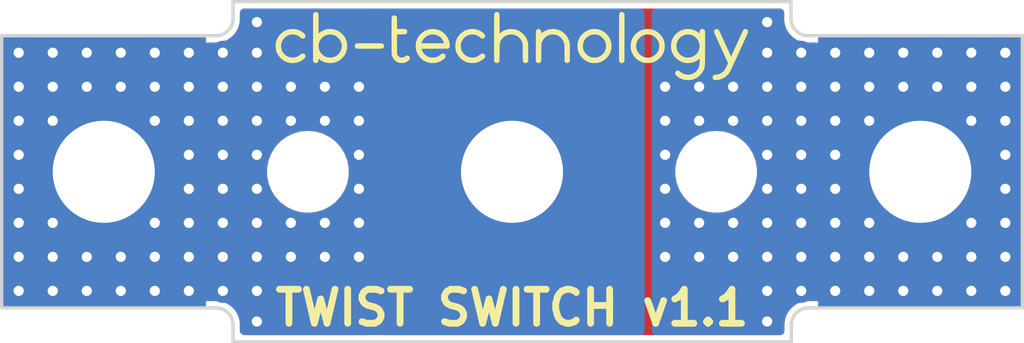
<source format=kicad_pcb>
(kicad_pcb (version 20221018) (generator pcbnew)
  (title_block (title "TWIST SWITCH") (date "2022-08-17") (rev "v1.1") (company "CB-TECHNOLOGY"))
  (layers (0 "F.Cu" signal) (1 "In1.Cu" signal) (2 "In2.Cu" signal) (31 "B.Cu" signal) (34 "B.Paste" user) (35 "F.Paste" user) (36 "B.SilkS" user "B.Silkscreen") (37 "F.SilkS" user "F.Silkscreen") (38 "B.Mask" user) (39 "F.Mask" user) (44 "Edge.Cuts" user))
  (net 0 "")
  (net 1 "GND2")
  (net 2 "GND1")
  (footprint "LOGO" (layer "F.Cu") (at 200 146.3)
    (fp_text reference "G***" hide)
    (fp_text value "LOGO" hide)
  )
  (footprint "MountingHole:MountingHole_2mm" (layer "F.Cu") (at 206 150)
    (fp_text reference "H5" hide)
    (fp_text value "MountingHole" hide)
    (pad "" np_thru_hole circle (at 0 0) (size 1.5 1.5) (drill 1.5) (layers "F&B.Cu" "*.Mask") (clearance 0.45))
  )
  (footprint "MountingHole:MountingHole_3mm_Pad_TopBottom" (layer "F.Cu") (at 212 150)
    (fp_text reference "H3" hide)
    (fp_text value "MountingHole_Pad" hide)
    (pad "1" thru_hole circle (at 0 0) (size 3.4 3.4) (drill 3) (layers "*.Cu" "*.Mask") (net 1 "GND2"))
    (pad "1" connect rect (at 0 0) (size 6 8) (layers "F.Cu" "F.Mask") (net 1 "GND2"))
    (pad "1" connect rect (at 0 0) (size 6 8) (layers "B.Cu" "B.Mask") (net 1 "GND2"))
  )
  (footprint "MountingHole:MountingHole_3mm_Pad_TopBottom" (layer "F.Cu") (at 188 150)
    (fp_text reference "H1" hide)
    (fp_text value "MountingHole_Pad" hide)
    (pad "1" thru_hole circle (at 0 0) (size 3.4 3.4) (drill 3) (layers "*.Cu" "*.Mask") (net 2 "GND1"))
    (pad "1" connect rect (at 0 0) (size 6 8) (layers "F.Cu" "F.Mask") (net 2 "GND1"))
    (pad "1" connect rect (at 0 0) (size 6 8) (layers "B.Cu" "B.Mask") (net 2 "GND1"))
  )
  (footprint "MountingHole:MountingHole_2mm" (layer "F.Cu") (at 194 150)
    (fp_text reference "H6" hide)
    (fp_text value "MountingHole" hide)
    (pad "" np_thru_hole circle (at 0 0) (size 1.5 1.5) (drill 1.5) (layers "F&B.Cu" "*.Mask") (clearance 0.45))
  )
  (footprint "MountingHole:MountingHole_2.5mm_Pad_TopOnly" (layer "B.Cu") (at 200 150 180)
    (fp_text reference "H2" hide)
    (fp_text value "MountingHole_Pad" hide)
    (pad "" np_thru_hole circle (at 0 0 180) (size 3 3) (drill 3) (layers "F&B.Cu" "*.Mask") (clearance 0.45))
    (pad "1" connect circle (at 0 0 180) (size 7.5 7.5) (layers "B.Cu" "B.Mask") (net 2 "GND1"))
  )
  (gr_line (start 215 154) (end 208.7 154) (stroke (width 0.1)) (layer "Edge.Cuts"))
  (gr_line (start 185 154) (end 185 146) (stroke (width 0.1)) (layer "Edge.Cuts"))
  (gr_line (start 208.21 155) (end 208.21 154.5) (stroke (width 0.1)) (layer "Edge.Cuts"))
  (gr_line (start 208.2 145) (end 208.2 145.5) (stroke (width 0.1)) (layer "Edge.Cuts"))
  (gr_line (start 215 146) (end 208.7 146) (stroke (width 0.1)) (layer "Edge.Cuts"))
  (gr_line (start 191.3 146) (end 185 146) (stroke (width 0.1)) (layer "Edge.Cuts"))
  (gr_line (start 191.8 145.5) (end 191.8 145) (stroke (width 0.1)) (layer "Edge.Cuts"))
  (gr_arc (start 191.3 154) (mid 191.653553 154.146447) (end 191.8 154.5) (stroke (width 0.1)) (layer "Edge.Cuts"))
  (gr_line (start 191.8 154.5) (end 191.8 155) (stroke (width 0.1)) (layer "Edge.Cuts"))
  (gr_line (start 215 146) (end 215 154) (stroke (width 0.1)) (layer "Edge.Cuts"))
  (gr_line (start 191.8 155) (end 208.21 155) (stroke (width 0.1)) (layer "Edge.Cuts"))
  (gr_arc (start 208.21 154.5) (mid 208.356447 154.146447) (end 208.71 154) (stroke (width 0.1)) (layer "Edge.Cuts"))
  (gr_line (start 191.8 145) (end 208.2 145) (stroke (width 0.1)) (layer "Edge.Cuts"))
  (gr_arc (start 208.7 146) (mid 208.346447 145.853553) (end 208.2 145.5) (stroke (width 0.1)) (layer "Edge.Cuts"))
  (gr_line (start 191.31 154) (end 185.01 154) (stroke (width 0.1)) (layer "Edge.Cuts"))
  (gr_arc (start 191.8 145.5) (mid 191.653553 145.853553) (end 191.3 146) (stroke (width 0.1)) (layer "Edge.Cuts"))
  (gr_text "TWIST SWITCH v1.1" (at 200 154) (layer "F.SilkS") (effects (font (size 1 0.98) (thickness 0.2))))
  (via (at 207.5 146.5) (size 0.7) (drill 0.3) (layers "F.Cu" "B.Cu") (net 1))
  (via (at 214.5 153.5) (size 0.7) (drill 0.3) (layers "F.Cu" "B.Cu") (net 1))
  (via (at 204.5 150.5) (size 0.7) (drill 0.3) (layers "F.Cu" "B.Cu") (net 1))
  (via (at 208.5 147.5) (size 0.7) (drill 0.3) (layers "F.Cu" "B.Cu") (net 1))
  (via (at 207.5 145.6) (size 0.7) (drill 0.3) (layers "F.Cu" "B.Cu") (net 1))
  (via (at 207.5 151.5) (size 0.7) (drill 0.3) (layers "F.Cu" "B.Cu") (net 1))
  (via (at 209.5 146.5) (size 0.7) (drill 0.3) (layers "F.Cu" "B.Cu") (net 1))
  (via (at 206.5 148.5) (size 0.7) (drill 0.3) (layers "F.Cu" "B.Cu") (net 1))
  (via (at 208.5 152.5) (size 0.7) (drill 0.3) (layers "F.Cu" "B.Cu") (net 1))
  (via (at 213.5 151.5) (size 0.7) (drill 0.3) (layers "F.Cu" "B.Cu") (net 1))
  (via (at 208.5 150.5) (size 0.7) (drill 0.3) (layers "F.Cu" "B.Cu") (net 1))
  (via (at 212.5 152.5) (size 0.7) (drill 0.3) (layers "F.Cu" "B.Cu") (net 1))
  (via (at 212.5 146.5) (size 0.7) (drill 0.3) (layers "F.Cu" "B.Cu") (net 1))
  (via (at 209.5 147.5) (size 0.7) (drill 0.3) (layers "F.Cu" "B.Cu") (net 1))
  (via (at 213.5 147.5) (size 0.7) (drill 0.3) (layers "F.Cu" "B.Cu") (net 1))
  (via (at 209.5 148.5) (size 0.7) (drill 0.3) (layers "F.Cu" "B.Cu") (net 1))
  (via (at 212.5 147.5) (size 0.7) (drill 0.3) (layers "F.Cu" "B.Cu") (net 1))
  (via (at 210.5 146.5) (size 0.7) (drill 0.3) (layers "F.Cu" "B.Cu") (net 1))
  (via (at 204.5 151.5) (size 0.7) (drill 0.3) (layers "F.Cu" "B.Cu") (net 1))
  (via (at 207.5 152.5) (size 0.7) (drill 0.3) (layers "F.Cu" "B.Cu") (net 1))
  (via (at 207.5 150.5) (size 0.7) (drill 0.3) (layers "F.Cu" "B.Cu") (net 1))
  (via (at 210.5 147.5) (size 0.7) (drill 0.3) (layers "F.Cu" "B.Cu") (net 1))
  (via (at 205.5 147.5) (size 0.7) (drill 0.3) (layers "F.Cu" "B.Cu") (net 1))
  (via (at 209.5 153.5) (size 0.7) (drill 0.3) (layers "F.Cu" "B.Cu") (net 1))
  (via (at 211.5 146.5) (size 0.7) (drill 0.3) (layers "F.Cu" "B.Cu") (net 1))
  (via (at 205.5 151.5) (size 0.7) (drill 0.3) (layers "F.Cu" "B.Cu") (net 1))
  (via (at 214.5 148.5) (size 0.7) (drill 0.3) (layers "F.Cu" "B.Cu") (net 1))
  (via (at 214.5 151.5) (size 0.7) (drill 0.3) (layers "F.Cu" "B.Cu") (net 1))
  (via (at 213.5 153.5) (size 0.7) (drill 0.3) (layers "F.Cu" "B.Cu") (net 1))
  (via (at 211.5 153.5) (size 0.7) (drill 0.3) (layers "F.Cu" "B.Cu") (net 1))
  (via (at 204.5 152.5) (size 0.7) (drill 0.3) (layers "F.Cu" "B.Cu") (net 1))
  (via (at 204.5 149.5) (size 0.7) (drill 0.3) (layers "F.Cu" "B.Cu") (net 1))
  (via (at 208.5 148.5) (size 0.7) (drill 0.3) (layers "F.Cu" "B.Cu") (net 1))
  (via (at 206.5 147.5) (size 0.7) (drill 0.3) (layers "F.Cu" "B.Cu") (net 1))
  (via (at 207.5 147.5) (size 0.7) (drill 0.3) (layers "F.Cu" "B.Cu") (net 1))
  (via (at 214.5 147.5) (size 0.7) (drill 0.3) (layers "F.Cu" "B.Cu") (net 1))
  (via (at 211.5 152.5) (size 0.7) (drill 0.3) (layers "F.Cu" "B.Cu") (net 1))
  (via (at 210.5 152.5) (size 0.7) (drill 0.3) (layers "F.Cu" "B.Cu") (net 1))
  (via (at 206.5 151.5) (size 0.7) (drill 0.3) (layers "F.Cu" "B.Cu") (net 1))
  (via (at 214.5 152.5) (size 0.7) (drill 0.3) (layers "F.Cu" "B.Cu") (net 1))
  (via (at 213.5 148.5) (size 0.7) (drill 0.3) (layers "F.Cu" "B.Cu") (net 1))
  (via (at 211.5 147.5) (size 0.7) (drill 0.3) (layers "F.Cu" "B.Cu") (net 1))
  (via (at 208.5 153.5) (size 0.7) (drill 0.3) (layers "F.Cu" "B.Cu") (net 1))
  (via (at 207.5 154.4) (size 0.7) (drill 0.3) (layers "F.Cu" "B.Cu") (net 1))
  (via (at 204.5 147.5) (size 0.7) (drill 0.3) (layers "F.Cu" "B.Cu") (net 1))
  (via (at 205.5 152.5) (size 0.7) (drill 0.3) (layers "F.Cu" "B.Cu") (net 1))
  (via (at 208.5 146.5) (size 0.7) (drill 0.3) (layers "F.Cu" "B.Cu") (net 1))
  (via (at 214.5 146.5) (size 0.7) (drill 0.3) (layers "F.Cu" "B.Cu") (net 1))
  (via (at 207.5 149.5) (size 0.7) (drill 0.3) (layers "F.Cu" "B.Cu") (net 1))
  (via (at 208.5 151.5) (size 0.7) (drill 0.3) (layers "F.Cu" "B.Cu") (net 1))
  (via (at 207.5 153.5) (size 0.7) (drill 0.3) (layers "F.Cu" "B.Cu") (net 1))
  (via (at 205.5 148.5) (size 0.7) (drill 0.3) (layers "F.Cu" "B.Cu") (net 1))
  (via (at 213.5 152.5) (size 0.7) (drill 0.3) (layers "F.Cu" "B.Cu") (net 1))
  (via (at 209.5 150.5) (size 0.7) (drill 0.3) (layers "F.Cu" "B.Cu") (net 1))
  (via (at 213.5 146.5) (size 0.7) (drill 0.3) (layers "F.Cu" "B.Cu") (net 1))
  (via (at 207.5 148.5) (size 0.7) (drill 0.3) (layers "F.Cu" "B.Cu") (net 1))
  (via (at 208.5 149.5) (size 0.7) (drill 0.3) (layers "F.Cu" "B.Cu") (net 1))
  (via (at 214.5 149.5) (size 0.7) (drill 0.3) (layers "F.Cu" "B.Cu") (net 1))
  (via (at 210.5 148.5) (size 0.7) (drill 0.3) (layers "F.Cu" "B.Cu") (net 1))
  (via (at 204.5 148.5) (size 0.7) (drill 0.3) (layers "F.Cu" "B.Cu") (net 1))
  (via (at 209.5 151.5) (size 0.7) (drill 0.3) (layers "F.Cu" "B.Cu") (net 1))
  (via (at 212.5 153.5) (size 0.7) (drill 0.3) (layers "F.Cu" "B.Cu") (net 1))
  (via (at 210.5 153.5) (size 0.7) (drill 0.3) (layers "F.Cu" "B.Cu") (net 1))
  (via (at 209.5 149.5) (size 0.7) (drill 0.3) (layers "F.Cu" "B.Cu") (net 1))
  (via (at 206.5 152.5) (size 0.7) (drill 0.3) (layers "F.Cu" "B.Cu") (net 1))
  (via (at 209.5 152.5) (size 0.7) (drill 0.3) (layers "F.Cu" "B.Cu") (net 1))
  (via (at 214.5 150.5) (size 0.7) (drill 0.3) (layers "F.Cu" "B.Cu") (net 1))
  (via (at 210.5 151.5) (size 0.7) (drill 0.3) (layers "F.Cu" "B.Cu") (net 1))
  (via (at 189.5 146.5) (size 0.7) (drill 0.3) (layers "F.Cu" "B.Cu") (net 2))
  (via (at 194.5 151.5) (size 0.7) (drill 0.3) (layers "F.Cu" "B.Cu") (net 2))
  (via (at 187.5 153.5) (size 0.7) (drill 0.3) (layers "F.Cu" "B.Cu") (net 2))
  (via (at 187.5 147.5) (size 0.7) (drill 0.3) (layers "F.Cu" "B.Cu") (net 2))
  (via (at 191.5 151.5) (size 0.7) (drill 0.3) (layers "F.Cu" "B.Cu") (net 2))
  (via (at 187.5 152.5) (size 0.7) (drill 0.3) (layers "F.Cu" "B.Cu") (net 2))
  (via (at 188.5 152.5) (size 0.7) (drill 0.3) (layers "F.Cu" "B.Cu") (net 2))
  (via (at 185.5 149.5) (size 0.7) (drill 0.3) (layers "F.Cu" "B.Cu") (net 2))
  (via (at 193.5 148.5) (size 0.7) (drill 0.3) (layers "F.Cu" "B.Cu") (net 2))
  (via (at 192.5 148.5) (size 0.7) (drill 0.3) (layers "F.Cu" "B.Cu") (net 2))
  (via (at 186.5 147.5) (size 0.7) (drill 0.3) (layers "F.Cu" "B.Cu") (net 2))
  (via (at 190.5 150.5) (size 0.7) (drill 0.3) (layers "F.Cu" "B.Cu") (net 2))
  (via (at 193.5 147.5) (size 0.7) (drill 0.3) (layers "F.Cu" "B.Cu") (net 2))
  (via (at 192.5 150.5) (size 0.7) (drill 0.3) (layers "F.Cu" "B.Cu") (net 2))
  (via (at 191.5 149.5) (size 0.7) (drill 0.3) (layers "F.Cu" "B.Cu") (net 2))
  (via (at 185.5 151.5) (size 0.7) (drill 0.3) (layers "F.Cu" "B.Cu") (net 2))
  (via (at 195.5 151.5) (size 0.7) (drill 0.3) (layers "F.Cu" "B.Cu") (net 2))
  (via (at 185.5 152.5) (size 0.7) (drill 0.3) (layers "F.Cu" "B.Cu") (net 2))
  (via (at 194.5 148.5) (size 0.7) (drill 0.3) (layers "F.Cu" "B.Cu") (net 2))
  (via (at 192.5 147.5) (size 0.7) (drill 0.3) (layers "F.Cu" "B.Cu") (net 2))
  (via (at 192.5 145.6) (size 0.7) (drill 0.3) (layers "F.Cu" "B.Cu") (net 2))
  (via (at 194.5 152.5) (size 0.7) (drill 0.3) (layers "F.Cu" "B.Cu") (net 2))
  (via (at 189.5 147.5) (size 0.7) (drill 0.3) (layers "F.Cu" "B.Cu") (net 2))
  (via (at 185.5 148.5) (size 0.7) (drill 0.3) (layers "F.Cu" "B.Cu") (net 2))
  (via (at 195.5 148.5) (size 0.7) (drill 0.3) (layers "F.Cu" "B.Cu") (net 2))
  (via (at 191.5 147.5) (size 0.7) (drill 0.3) (layers "F.Cu" "B.Cu") (net 2))
  (via (at 192.5 149.5) (size 0.7) (drill 0.3) (layers "F.Cu" "B.Cu") (net 2))
  (via (at 195.5 152.5) (size 0.7) (drill 0.3) (layers "F.Cu" "B.Cu") (net 2))
  (via (at 190.5 152.5) (size 0.7) (drill 0.3) (layers "F.Cu" "B.Cu") (net 2))
  (via (at 186.5 148.5) (size 0.7) (drill 0.3) (layers "F.Cu" "B.Cu") (net 2))
  (via (at 189.5 152.5) (size 0.7) (drill 0.3) (layers "F.Cu" "B.Cu") (net 2))
  (via (at 186.5 151.5) (size 0.7) (drill 0.3) (layers "F.Cu" "B.Cu") (net 2))
  (via (at 189.5 148.5) (size 0.7) (drill 0.3) (layers "F.Cu" "B.Cu") (net 2))
  (via (at 191.5 153.5) (size 0.7) (drill 0.3) (layers "F.Cu" "B.Cu") (net 2))
  (via (at 192.5 152.5) (size 0.7) (drill 0.3) (layers "F.Cu" "B.Cu") (net 2))
  (via (at 191.5 148.5) (size 0.7) (drill 0.3) (layers "F.Cu" "B.Cu") (net 2))
  (via (at 192.5 154.4) (size 0.7) (drill 0.3) (layers "F.Cu" "B.Cu") (net 2))
  (via (at 186.5 153.5) (size 0.7) (drill 0.3) (layers "F.Cu" "B.Cu") (net 2))
  (via (at 190.5 153.5) (size 0.7) (drill 0.3) (layers "F.Cu" "B.Cu") (net 2))
  (via (at 188.5 153.5) (size 0.7) (drill 0.3) (layers "F.Cu" "B.Cu") (net 2))
  (via (at 190.5 147.5) (size 0.7) (drill 0.3) (layers "F.Cu" "B.Cu") (net 2))
  (via (at 189.5 153.5) (size 0.7) (drill 0.3) (layers "F.Cu" "B.Cu") (net 2))
  (via (at 185.5 150.5) (size 0.7) (drill 0.3) (layers "F.Cu" "B.Cu") (net 2))
  (via (at 190.5 151.5) (size 0.7) (drill 0.3) (layers "F.Cu" "B.Cu") (net 2))
  (via (at 188.5 146.5) (size 0.7) (drill 0.3) (layers "F.Cu" "B.Cu") (net 2))
  (via (at 188.5 147.5) (size 0.7) (drill 0.3) (layers "F.Cu" "B.Cu") (net 2))
  (via (at 191.5 152.5) (size 0.7) (drill 0.3) (layers "F.Cu" "B.Cu") (net 2))
  (via (at 192.5 153.5) (size 0.7) (drill 0.3) (layers "F.Cu" "B.Cu") (net 2))
  (via (at 194.5 147.5) (size 0.7) (drill 0.3) (layers "F.Cu" "B.Cu") (net 2))
  (via (at 185.5 153.5) (size 0.7) (drill 0.3) (layers "F.Cu" "B.Cu") (net 2))
  (via (at 186.5 146.5) (size 0.7) (drill 0.3) (layers "F.Cu" "B.Cu") (net 2))
  (via (at 193.5 151.5) (size 0.7) (drill 0.3) (layers "F.Cu" "B.Cu") (net 2))
  (via (at 190.5 146.5) (size 0.7) (drill 0.3) (layers "F.Cu" "B.Cu") (net 2))
  (via (at 190.5 149.5) (size 0.7) (drill 0.3) (layers "F.Cu" "B.Cu") (net 2))
  (via (at 186.5 152.5) (size 0.7) (drill 0.3) (layers "F.Cu" "B.Cu") (net 2))
  (via (at 195.5 149.5) (size 0.7) (drill 0.3) (layers "F.Cu" "B.Cu") (net 2))
  (via (at 190.5 148.5) (size 0.7) (drill 0.3) (layers "F.Cu" "B.Cu") (net 2))
  (via (at 191.5 150.5) (size 0.7) (drill 0.3) (layers "F.Cu" "B.Cu") (net 2))
  (via (at 187.5 146.5) (size 0.7) (drill 0.3) (layers "F.Cu" "B.Cu") (net 2))
  (via (at 191.5 146.5) (size 0.7) (drill 0.3) (layers "F.Cu" "B.Cu") (net 2))
  (via (at 195.5 150.5) (size 0.7) (drill 0.3) (layers "F.Cu" "B.Cu") (net 2))
  (via (at 193.5 152.5) (size 0.7) (drill 0.3) (layers "F.Cu" "B.Cu") (net 2))
  (via (at 185.5 147.5) (size 0.7) (drill 0.3) (layers "F.Cu" "B.Cu") (net 2))
  (via (at 192.5 151.5) (size 0.7) (drill 0.3) (layers "F.Cu" "B.Cu") (net 2))
  (via (at 189.5 151.5) (size 0.7) (drill 0.3) (layers "F.Cu" "B.Cu") (net 2))
  (via (at 195.5 147.5) (size 0.7) (drill 0.3) (layers "F.Cu" "B.Cu") (net 2))
  (via (at 185.5 146.5) (size 0.7) (drill 0.3) (layers "F.Cu" "B.Cu") (net 2))
  (via (at 192.5 146.5) (size 0.7) (drill 0.3) (layers "F.Cu" "B.Cu") (net 2))
  (zone (net 2) (net_name "GND1") (layers "F.Cu" "In1.Cu") (connect_pads yes (clearance 0.2)) (min_thickness 0.254) (fill yes (thermal_gap 0.508) (thermal_bridge_width 0.508))
    (polygon (pts (xy 195.9 155) (xy 185 155) (xy 185 145) (xy 195.9 145)))
  )
  (zone (net 1) (net_name "GND2") (layers "F.Cu" "In1.Cu") (connect_pads yes (clearance 0.2)) (min_thickness 0.254) (fill yes (thermal_gap 0.508) (thermal_bridge_width 0.508))
    (polygon (pts (xy 215 155) (xy 196.1 155) (xy 196.1 145) (xy 215 145)))
  )
  (zone (net 1) (net_name "GND2") (layers "In2.Cu" "B.Cu") (connect_pads yes (clearance 0.2)) (min_thickness 0.254) (fill yes (thermal_gap 0.508) (thermal_bridge_width 0.508))
    (polygon (pts (xy 204.1 145) (xy 215 145) (xy 215 155) (xy 204.1 155)))
  )
  (zone (net 2) (net_name "GND1") (layers "In2.Cu" "B.Cu") (connect_pads yes (clearance 0.2)) (min_thickness 0.254) (fill yes (thermal_gap 0.508) (thermal_bridge_width 0.508))
    (polygon (pts (xy 185 145) (xy 203.9 145) (xy 203.9 155) (xy 185 155)))
  )
)
</source>
